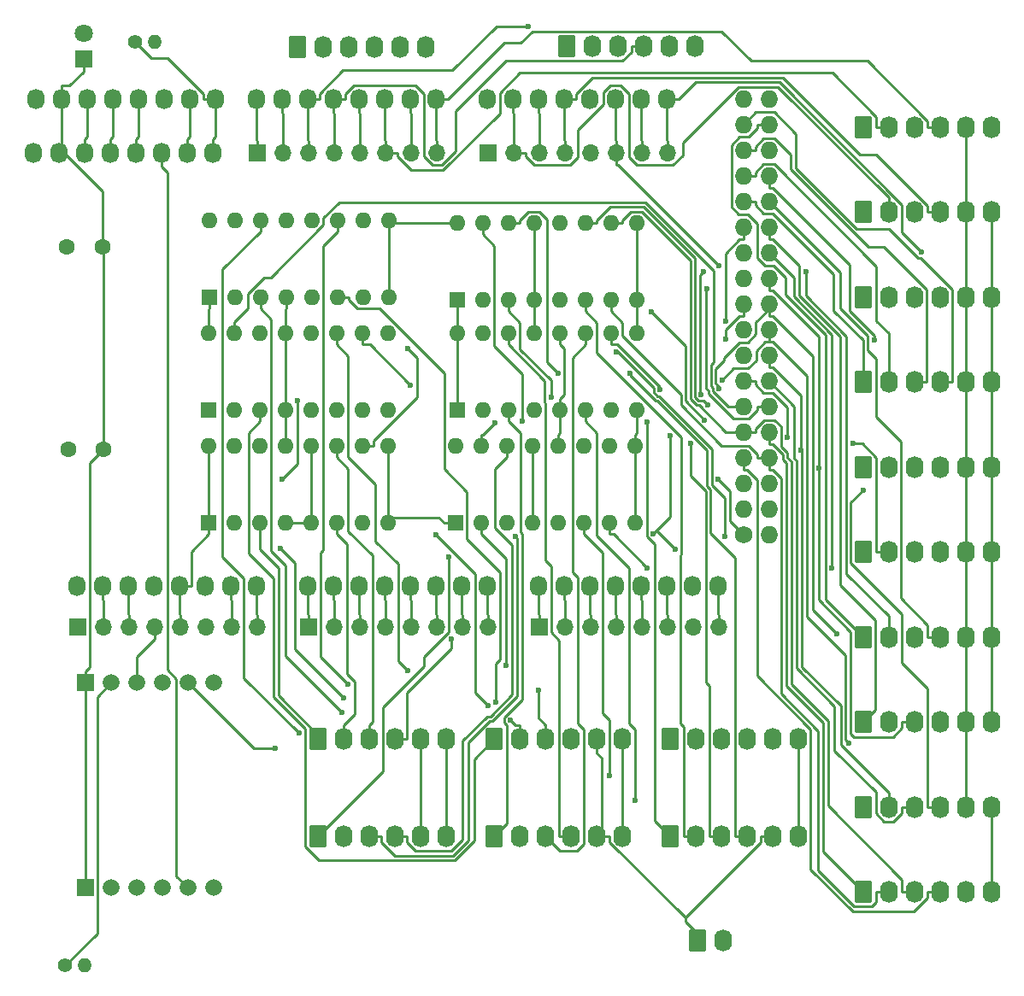
<source format=gbr>
G04 #@! TF.GenerationSoftware,KiCad,Pcbnew,7.0.9*
G04 #@! TF.CreationDate,2024-01-20T11:08:54+10:00*
G04 #@! TF.ProjectId,Front Console 12 Stepper,46726f6e-7420-4436-9f6e-736f6c652031,rev?*
G04 #@! TF.SameCoordinates,Original*
G04 #@! TF.FileFunction,Copper,L2,Bot*
G04 #@! TF.FilePolarity,Positive*
%FSLAX46Y46*%
G04 Gerber Fmt 4.6, Leading zero omitted, Abs format (unit mm)*
G04 Created by KiCad (PCBNEW 7.0.9) date 2024-01-20 11:08:54*
%MOMM*%
%LPD*%
G01*
G04 APERTURE LIST*
G04 Aperture macros list*
%AMRoundRect*
0 Rectangle with rounded corners*
0 $1 Rounding radius*
0 $2 $3 $4 $5 $6 $7 $8 $9 X,Y pos of 4 corners*
0 Add a 4 corners polygon primitive as box body*
4,1,4,$2,$3,$4,$5,$6,$7,$8,$9,$2,$3,0*
0 Add four circle primitives for the rounded corners*
1,1,$1+$1,$2,$3*
1,1,$1+$1,$4,$5*
1,1,$1+$1,$6,$7*
1,1,$1+$1,$8,$9*
0 Add four rect primitives between the rounded corners*
20,1,$1+$1,$2,$3,$4,$5,0*
20,1,$1+$1,$4,$5,$6,$7,0*
20,1,$1+$1,$6,$7,$8,$9,0*
20,1,$1+$1,$8,$9,$2,$3,0*%
G04 Aperture macros list end*
G04 #@! TA.AperFunction,ComponentPad*
%ADD10C,1.727200*%
G04 #@! TD*
G04 #@! TA.AperFunction,ComponentPad*
%ADD11O,1.727200X1.727200*%
G04 #@! TD*
G04 #@! TA.AperFunction,ComponentPad*
%ADD12O,1.727200X2.032000*%
G04 #@! TD*
G04 #@! TA.AperFunction,ComponentPad*
%ADD13R,1.800000X1.800000*%
G04 #@! TD*
G04 #@! TA.AperFunction,ComponentPad*
%ADD14C,1.800000*%
G04 #@! TD*
G04 #@! TA.AperFunction,ComponentPad*
%ADD15RoundRect,0.250000X-0.620000X-0.845000X0.620000X-0.845000X0.620000X0.845000X-0.620000X0.845000X0*%
G04 #@! TD*
G04 #@! TA.AperFunction,ComponentPad*
%ADD16O,1.740000X2.190000*%
G04 #@! TD*
G04 #@! TA.AperFunction,ComponentPad*
%ADD17R,1.700000X1.700000*%
G04 #@! TD*
G04 #@! TA.AperFunction,ComponentPad*
%ADD18O,1.700000X1.700000*%
G04 #@! TD*
G04 #@! TA.AperFunction,ComponentPad*
%ADD19R,1.600000X1.600000*%
G04 #@! TD*
G04 #@! TA.AperFunction,ComponentPad*
%ADD20O,1.600000X1.600000*%
G04 #@! TD*
G04 #@! TA.AperFunction,ComponentPad*
%ADD21C,1.400000*%
G04 #@! TD*
G04 #@! TA.AperFunction,ComponentPad*
%ADD22O,1.400000X1.400000*%
G04 #@! TD*
G04 #@! TA.AperFunction,ComponentPad*
%ADD23C,1.600000*%
G04 #@! TD*
G04 #@! TA.AperFunction,ComponentPad*
%ADD24R,1.665000X1.665000*%
G04 #@! TD*
G04 #@! TA.AperFunction,ComponentPad*
%ADD25C,1.665000*%
G04 #@! TD*
G04 #@! TA.AperFunction,ViaPad*
%ADD26C,0.600000*%
G04 #@! TD*
G04 #@! TA.AperFunction,Conductor*
%ADD27C,0.250000*%
G04 #@! TD*
G04 APERTURE END LIST*
D10*
X197358000Y-114046000D03*
D11*
X199898000Y-114046000D03*
X197358000Y-111506000D03*
X199898000Y-111506000D03*
X197358000Y-108966000D03*
X199898000Y-108966000D03*
X197358000Y-106426000D03*
X199898000Y-106426000D03*
X197358000Y-103886000D03*
X199898000Y-103886000D03*
X197358000Y-101346000D03*
X199898000Y-101346000D03*
X197358000Y-98806000D03*
X199898000Y-98806000D03*
X197358000Y-96266000D03*
X199898000Y-96266000D03*
X197358000Y-93726000D03*
X199898000Y-93726000D03*
X197358000Y-91186000D03*
X199898000Y-91186000D03*
X197358000Y-88646000D03*
X199898000Y-88646000D03*
X197358000Y-86106000D03*
X199898000Y-86106000D03*
X197358000Y-83566000D03*
X199898000Y-83566000D03*
X197358000Y-81026000D03*
X199898000Y-81026000D03*
X197358000Y-78486000D03*
X199898000Y-78486000D03*
X197358000Y-75946000D03*
X199898000Y-75946000D03*
X197358000Y-73406000D03*
X199898000Y-73406000D03*
X197358000Y-70866000D03*
X199898000Y-70866000D03*
D12*
X131318000Y-119126000D03*
X133858000Y-119126000D03*
X136398000Y-119126000D03*
X138938000Y-119126000D03*
X141478000Y-119126000D03*
X144018000Y-119126000D03*
X146558000Y-119126000D03*
X149098000Y-119126000D03*
X177038000Y-119126000D03*
X179578000Y-119126000D03*
X182118000Y-119126000D03*
X184658000Y-119126000D03*
X187198000Y-119126000D03*
X189738000Y-119126000D03*
X192278000Y-119126000D03*
X194818000Y-119126000D03*
X127254000Y-70866000D03*
X129794000Y-70866000D03*
X132334000Y-70866000D03*
X134874000Y-70866000D03*
X137414000Y-70866000D03*
X139954000Y-70866000D03*
X142494000Y-70866000D03*
X145034000Y-70866000D03*
X149098000Y-70866000D03*
X151638000Y-70866000D03*
X154178000Y-70866000D03*
X156718000Y-70866000D03*
X159258000Y-70866000D03*
X161798000Y-70866000D03*
X164338000Y-70866000D03*
X166878000Y-70866000D03*
X171958000Y-70866000D03*
X174498000Y-70866000D03*
X177038000Y-70866000D03*
X179578000Y-70866000D03*
X182118000Y-70866000D03*
X184658000Y-70866000D03*
X187198000Y-70866000D03*
X189738000Y-70866000D03*
D13*
X131978400Y-66903600D03*
D14*
X131978400Y-64363600D03*
D15*
X153162000Y-65684400D03*
D16*
X155702000Y-65684400D03*
X158242000Y-65684400D03*
X160782000Y-65684400D03*
X163322000Y-65684400D03*
X165862000Y-65684400D03*
D17*
X172085000Y-76200000D03*
D18*
X174625000Y-76200000D03*
X177165000Y-76200000D03*
X179705000Y-76200000D03*
X182245000Y-76200000D03*
X184785000Y-76200000D03*
X187325000Y-76200000D03*
X189865000Y-76200000D03*
D15*
X209194400Y-115753900D03*
D16*
X211734400Y-115753900D03*
X214274400Y-115753900D03*
X216814400Y-115753900D03*
X219354400Y-115753900D03*
X221894400Y-115753900D03*
D15*
X209194400Y-98904000D03*
D16*
X211734400Y-98904000D03*
X214274400Y-98904000D03*
X216814400Y-98904000D03*
X219354400Y-98904000D03*
X221894400Y-98904000D03*
D17*
X149225000Y-76200000D03*
D18*
X151765000Y-76200000D03*
X154305000Y-76200000D03*
X156845000Y-76200000D03*
X159385000Y-76200000D03*
X161925000Y-76200000D03*
X164465000Y-76200000D03*
X167005000Y-76200000D03*
D19*
X144373600Y-112877600D03*
D20*
X146913600Y-112877600D03*
X149453600Y-112877600D03*
X151993600Y-112877600D03*
X154533600Y-112877600D03*
X157073600Y-112877600D03*
X159613600Y-112877600D03*
X162153600Y-112877600D03*
X162153600Y-105257600D03*
X159613600Y-105257600D03*
X157073600Y-105257600D03*
X154533600Y-105257600D03*
X151993600Y-105257600D03*
X149453600Y-105257600D03*
X146913600Y-105257600D03*
X144373600Y-105257600D03*
D15*
X172694600Y-143916400D03*
D16*
X175234600Y-143916400D03*
X177774600Y-143916400D03*
X180314600Y-143916400D03*
X182854600Y-143916400D03*
X185394600Y-143916400D03*
D17*
X154305000Y-123190000D03*
D18*
X156845000Y-123190000D03*
X159385000Y-123190000D03*
X161925000Y-123190000D03*
X164465000Y-123190000D03*
X167005000Y-123190000D03*
X169545000Y-123190000D03*
X172085000Y-123190000D03*
D15*
X155244800Y-143916400D03*
D16*
X157784800Y-143916400D03*
X160324800Y-143916400D03*
X162864800Y-143916400D03*
X165404800Y-143916400D03*
X167944800Y-143916400D03*
D15*
X155244800Y-134315200D03*
D16*
X157784800Y-134315200D03*
X160324800Y-134315200D03*
X162864800Y-134315200D03*
X165404800Y-134315200D03*
X167944800Y-134315200D03*
D21*
X137109200Y-65227200D03*
D22*
X139009200Y-65227200D03*
D15*
X179832000Y-65582800D03*
D16*
X182372000Y-65582800D03*
X184912000Y-65582800D03*
X187452000Y-65582800D03*
X189992000Y-65582800D03*
X192532000Y-65582800D03*
D23*
X130454400Y-105613200D03*
X133954400Y-105613200D03*
D19*
X168859200Y-112877600D03*
D20*
X171399200Y-112877600D03*
X173939200Y-112877600D03*
X176479200Y-112877600D03*
X179019200Y-112877600D03*
X181559200Y-112877600D03*
X184099200Y-112877600D03*
X186639200Y-112877600D03*
X186639200Y-105257600D03*
X184099200Y-105257600D03*
X181559200Y-105257600D03*
X179019200Y-105257600D03*
X176479200Y-105257600D03*
X173939200Y-105257600D03*
X171399200Y-105257600D03*
X168859200Y-105257600D03*
D12*
X154178000Y-119126000D03*
X156718000Y-119126000D03*
X159258000Y-119126000D03*
X161798000Y-119126000D03*
X164338000Y-119126000D03*
X166878000Y-119126000D03*
X169418000Y-119126000D03*
X171958000Y-119126000D03*
D21*
X130180000Y-156718000D03*
D22*
X132080000Y-156718000D03*
D15*
X209194400Y-141028700D03*
D16*
X211734400Y-141028700D03*
X214274400Y-141028700D03*
X216814400Y-141028700D03*
X219354400Y-141028700D03*
X221894400Y-141028700D03*
D15*
X209194400Y-90479100D03*
D16*
X211734400Y-90479100D03*
X214274400Y-90479100D03*
X216814400Y-90479100D03*
X219354400Y-90479100D03*
X221894400Y-90479100D03*
D15*
X190093600Y-134315200D03*
D16*
X192633600Y-134315200D03*
X195173600Y-134315200D03*
X197713600Y-134315200D03*
X200253600Y-134315200D03*
X202793600Y-134315200D03*
D15*
X192786000Y-154228800D03*
D16*
X195326000Y-154228800D03*
D19*
X169011600Y-90779600D03*
D20*
X171551600Y-90779600D03*
X174091600Y-90779600D03*
X176631600Y-90779600D03*
X179171600Y-90779600D03*
X181711600Y-90779600D03*
X184251600Y-90779600D03*
X186791600Y-90779600D03*
X186791600Y-83159600D03*
X184251600Y-83159600D03*
X181711600Y-83159600D03*
X179171600Y-83159600D03*
X176631600Y-83159600D03*
X174091600Y-83159600D03*
X171551600Y-83159600D03*
X169011600Y-83159600D03*
D19*
X169011600Y-101701600D03*
D20*
X171551600Y-101701600D03*
X174091600Y-101701600D03*
X176631600Y-101701600D03*
X179171600Y-101701600D03*
X181711600Y-101701600D03*
X184251600Y-101701600D03*
X186791600Y-101701600D03*
X186791600Y-94081600D03*
X184251600Y-94081600D03*
X181711600Y-94081600D03*
X179171600Y-94081600D03*
X176631600Y-94081600D03*
X174091600Y-94081600D03*
X171551600Y-94081600D03*
X169011600Y-94081600D03*
D15*
X209194400Y-82054100D03*
D16*
X211734400Y-82054100D03*
X214274400Y-82054100D03*
X216814400Y-82054100D03*
X219354400Y-82054100D03*
X221894400Y-82054100D03*
D24*
X132181600Y-149047200D03*
D25*
X134721600Y-149047200D03*
X137261600Y-149047200D03*
X139801600Y-149047200D03*
X142341600Y-149047200D03*
X144881600Y-149047200D03*
D24*
X132181600Y-128727200D03*
D25*
X134721600Y-128727200D03*
X137261600Y-128727200D03*
X139801600Y-128727200D03*
X142341600Y-128727200D03*
X144881600Y-128727200D03*
D15*
X209194400Y-124178800D03*
D16*
X211734400Y-124178800D03*
X214274400Y-124178800D03*
X216814400Y-124178800D03*
X219354400Y-124178800D03*
X221894400Y-124178800D03*
D23*
X130352800Y-85496400D03*
X133852800Y-85496400D03*
D12*
X127000000Y-76200000D03*
X129540000Y-76200000D03*
X132080000Y-76200000D03*
X134620000Y-76200000D03*
X137160000Y-76200000D03*
X139700000Y-76200000D03*
X142240000Y-76200000D03*
X144780000Y-76200000D03*
D15*
X190093600Y-143916400D03*
D16*
X192633600Y-143916400D03*
X195173600Y-143916400D03*
X197713600Y-143916400D03*
X200253600Y-143916400D03*
X202793600Y-143916400D03*
D15*
X172694600Y-134315200D03*
D16*
X175234600Y-134315200D03*
X177774600Y-134315200D03*
X180314600Y-134315200D03*
X182854600Y-134315200D03*
X185394600Y-134315200D03*
D17*
X177165000Y-123190000D03*
D18*
X179705000Y-123190000D03*
X182245000Y-123190000D03*
X184785000Y-123190000D03*
X187325000Y-123190000D03*
X189865000Y-123190000D03*
X192405000Y-123190000D03*
X194945000Y-123190000D03*
D15*
X209194400Y-73629200D03*
D16*
X211734400Y-73629200D03*
X214274400Y-73629200D03*
X216814400Y-73629200D03*
X219354400Y-73629200D03*
X221894400Y-73629200D03*
D15*
X209194400Y-132603700D03*
D16*
X211734400Y-132603700D03*
X214274400Y-132603700D03*
X216814400Y-132603700D03*
X219354400Y-132603700D03*
X221894400Y-132603700D03*
D19*
X144424400Y-90525600D03*
D20*
X146964400Y-90525600D03*
X149504400Y-90525600D03*
X152044400Y-90525600D03*
X154584400Y-90525600D03*
X157124400Y-90525600D03*
X159664400Y-90525600D03*
X162204400Y-90525600D03*
X162204400Y-82905600D03*
X159664400Y-82905600D03*
X157124400Y-82905600D03*
X154584400Y-82905600D03*
X152044400Y-82905600D03*
X149504400Y-82905600D03*
X146964400Y-82905600D03*
X144424400Y-82905600D03*
D19*
X144373600Y-101701600D03*
D20*
X146913600Y-101701600D03*
X149453600Y-101701600D03*
X151993600Y-101701600D03*
X154533600Y-101701600D03*
X157073600Y-101701600D03*
X159613600Y-101701600D03*
X162153600Y-101701600D03*
X162153600Y-94081600D03*
X159613600Y-94081600D03*
X157073600Y-94081600D03*
X154533600Y-94081600D03*
X151993600Y-94081600D03*
X149453600Y-94081600D03*
X146913600Y-94081600D03*
X144373600Y-94081600D03*
D15*
X209194400Y-149453600D03*
D16*
X211734400Y-149453600D03*
X214274400Y-149453600D03*
X216814400Y-149453600D03*
X219354400Y-149453600D03*
X221894400Y-149453600D03*
D17*
X131445000Y-123190000D03*
D18*
X133985000Y-123190000D03*
X136525000Y-123190000D03*
X139065000Y-123190000D03*
X141605000Y-123190000D03*
X144145000Y-123190000D03*
X146685000Y-123190000D03*
X149225000Y-123190000D03*
D15*
X209194400Y-107328900D03*
D16*
X211734400Y-107328900D03*
X214274400Y-107328900D03*
X216814400Y-107328900D03*
X219354400Y-107328900D03*
X221894400Y-107328900D03*
D26*
X194863100Y-108586800D03*
X176032800Y-63676200D03*
X214948400Y-85989200D03*
X194900500Y-87376000D03*
X150998300Y-135237600D03*
X195226500Y-98711500D03*
X207826100Y-134737100D03*
X203033700Y-105678900D03*
X189077000Y-99693200D03*
X193736300Y-89625500D03*
X209197100Y-109610500D03*
X173842400Y-126994000D03*
X206101600Y-117317800D03*
X187817900Y-117317800D03*
X204833900Y-107467000D03*
X206592700Y-123909500D03*
X172719900Y-102971600D03*
X194942200Y-99534500D03*
X203518900Y-87998700D03*
X210292300Y-94744300D03*
X201719100Y-104369800D03*
X164395100Y-99231700D03*
X208223400Y-105007100D03*
X184735000Y-95941100D03*
X195556600Y-114200800D03*
X195617700Y-94641300D03*
X164115300Y-95580500D03*
X188397800Y-113973100D03*
X193170500Y-100143500D03*
X190598700Y-115508500D03*
X193409000Y-87979600D03*
X190128700Y-104212300D03*
X153175600Y-100718500D03*
X195574700Y-92880800D03*
X151652500Y-108556500D03*
X188234000Y-91923500D03*
X193525200Y-102666100D03*
X175464000Y-102827000D03*
X168180500Y-116240300D03*
X184124500Y-137937700D03*
X174794900Y-114256000D03*
X157589600Y-131649900D03*
X172859300Y-130628200D03*
X158207900Y-128844700D03*
X153326000Y-133726700D03*
X186593800Y-140396000D03*
X187772500Y-102847200D03*
X178292500Y-100437900D03*
X192089300Y-104976800D03*
X193808800Y-101176200D03*
X186119600Y-98049600D03*
X178965600Y-98049600D03*
X172055100Y-130993800D03*
X166904300Y-114065000D03*
X174298200Y-132421300D03*
X177028400Y-129425500D03*
X164100700Y-127510500D03*
X157776700Y-130216700D03*
X151462900Y-115375300D03*
X168450500Y-124392100D03*
D27*
X132181600Y-127569400D02*
X132620300Y-127130700D01*
X151993600Y-91701700D02*
X151993600Y-94081600D01*
X196007000Y-112695000D02*
X197358000Y-114046000D01*
X146558000Y-119126000D02*
X146558000Y-120467300D01*
X132181600Y-149047200D02*
X132181600Y-128727200D01*
X179590900Y-100157000D02*
X179590900Y-95626200D01*
X151993600Y-101701600D02*
X151993600Y-105257600D01*
X179590900Y-95626200D02*
X179171600Y-95206900D01*
X133954400Y-85598000D02*
X133852800Y-85496400D01*
X176479200Y-105257600D02*
X176479200Y-112877600D01*
X131978400Y-68128900D02*
X130582600Y-69524700D01*
X179171600Y-103979900D02*
X179171600Y-101701600D01*
X132620300Y-106947300D02*
X133954400Y-105613200D01*
X176631600Y-83159600D02*
X176631600Y-90779600D01*
X154533600Y-112877600D02*
X153118900Y-112877600D01*
X152044400Y-90525600D02*
X152044400Y-91650900D01*
X196007000Y-109730700D02*
X196007000Y-112695000D01*
X179171600Y-94081600D02*
X179171600Y-95206900D01*
X133852800Y-80000400D02*
X130052400Y-76200000D01*
X146558000Y-120467300D02*
X146685000Y-120594300D01*
X129540000Y-76200000D02*
X130052400Y-76200000D01*
X146685000Y-120594300D02*
X146685000Y-123190000D01*
X132620300Y-127130700D02*
X132620300Y-106947300D01*
X129794000Y-70866000D02*
X129794000Y-69524700D01*
X194863100Y-108586800D02*
X196007000Y-109730700D01*
X179019200Y-104132300D02*
X179171600Y-103979900D01*
X179171600Y-100576300D02*
X179590900Y-100157000D01*
X176631600Y-90779600D02*
X176631600Y-94081600D01*
X131978400Y-66903600D02*
X131978400Y-68128900D01*
X179171600Y-101701600D02*
X179171600Y-100576300D01*
X132181600Y-128727200D02*
X132181600Y-127569400D01*
X154533600Y-105257600D02*
X154533600Y-112877600D01*
X151993600Y-112877600D02*
X153118900Y-112877600D01*
X179019200Y-105257600D02*
X179019200Y-104132300D01*
X130052400Y-76200000D02*
X129794000Y-75941600D01*
X129794000Y-75941600D02*
X129794000Y-70866000D01*
X151993600Y-94081600D02*
X151993600Y-101701600D01*
X133954400Y-105613200D02*
X133954400Y-85598000D01*
X152044400Y-91650900D02*
X151993600Y-91701700D01*
X130582600Y-69524700D02*
X129794000Y-69524700D01*
X133852800Y-85496400D02*
X133852800Y-80000400D01*
X167171200Y-112314900D02*
X167733900Y-112877600D01*
X141605000Y-123190000D02*
X141605000Y-122014700D01*
X186791600Y-90779600D02*
X186791600Y-92956300D01*
X186791600Y-94081600D02*
X186791600Y-92956300D01*
X144373600Y-105257600D02*
X144373600Y-112877600D01*
X141478000Y-119126000D02*
X142666900Y-119126000D01*
X162204400Y-83159600D02*
X167886300Y-83159600D01*
X144424400Y-90525600D02*
X144424400Y-91650900D01*
X168859200Y-112877600D02*
X167733900Y-112877600D01*
X142666900Y-115709600D02*
X144373600Y-114002900D01*
X169011600Y-94081600D02*
X169011600Y-100576300D01*
X162153600Y-106382900D02*
X162153600Y-111752300D01*
X169011600Y-90779600D02*
X169011600Y-94081600D01*
X186639200Y-104132300D02*
X186791600Y-103979900D01*
X162153600Y-112314900D02*
X162153600Y-111752300D01*
X169011600Y-101701600D02*
X169011600Y-100576300D01*
X186639200Y-112877600D02*
X186639200Y-105257600D01*
X142666900Y-119126000D02*
X142666900Y-115709600D01*
X186791600Y-83159600D02*
X186791600Y-90779600D01*
X162153600Y-112877600D02*
X162153600Y-112314900D01*
X186791600Y-103979900D02*
X186791600Y-101701600D01*
X186639200Y-105257600D02*
X186639200Y-104132300D01*
X169011600Y-83159600D02*
X167886300Y-83159600D01*
X144424400Y-91650900D02*
X144373600Y-91701700D01*
X162153600Y-105257600D02*
X162153600Y-106382900D01*
X162153600Y-112314900D02*
X167171200Y-112314900D01*
X162204400Y-90525600D02*
X162204400Y-83159600D01*
X141605000Y-122014700D02*
X141478000Y-121887700D01*
X144373600Y-112877600D02*
X144373600Y-114002900D01*
X141478000Y-121887700D02*
X141478000Y-119126000D01*
X144373600Y-91701700D02*
X144373600Y-94081600D01*
X162204400Y-83159600D02*
X162204400Y-82905600D01*
X164338000Y-70866000D02*
X164338000Y-72207300D01*
X164338000Y-72207300D02*
X164465000Y-72334300D01*
X164465000Y-72334300D02*
X164465000Y-76200000D01*
X177038000Y-72207300D02*
X177165000Y-72334300D01*
X177038000Y-70866000D02*
X177038000Y-72207300D01*
X177165000Y-72334300D02*
X177165000Y-76200000D01*
X149225000Y-76200000D02*
X149225000Y-75024700D01*
X149098000Y-74897700D02*
X149098000Y-70866000D01*
X149225000Y-75024700D02*
X149098000Y-74897700D01*
X133858000Y-119126000D02*
X133858000Y-120467300D01*
X133985000Y-123190000D02*
X133985000Y-120594300D01*
X133985000Y-120594300D02*
X133858000Y-120467300D01*
X136525000Y-123190000D02*
X136525000Y-122014700D01*
X136398000Y-121887700D02*
X136398000Y-119126000D01*
X136525000Y-122014700D02*
X136398000Y-121887700D01*
X137261600Y-126168700D02*
X139065000Y-124365300D01*
X134721600Y-128727200D02*
X133339500Y-130109300D01*
X139065000Y-123190000D02*
X139065000Y-124365300D01*
X133339500Y-130109300D02*
X133339500Y-153558500D01*
X133339500Y-153558500D02*
X130180000Y-156718000D01*
X137261600Y-128727200D02*
X137261600Y-126168700D01*
X137160000Y-74858700D02*
X137414000Y-74604700D01*
X137160000Y-76200000D02*
X137160000Y-74858700D01*
X137414000Y-74604700D02*
X137414000Y-70866000D01*
X134620000Y-76200000D02*
X134620000Y-74858700D01*
X134620000Y-74858700D02*
X134874000Y-74604700D01*
X134874000Y-74604700D02*
X134874000Y-70866000D01*
X132080000Y-74858700D02*
X132334000Y-74604700D01*
X132080000Y-76200000D02*
X132080000Y-74858700D01*
X132334000Y-74604700D02*
X132334000Y-70866000D01*
X159385000Y-72334300D02*
X159385000Y-76200000D01*
X159258000Y-70866000D02*
X159258000Y-72207300D01*
X159258000Y-72207300D02*
X159385000Y-72334300D01*
X156718000Y-70866000D02*
X156718000Y-72207300D01*
X156718000Y-70866000D02*
X157906900Y-70866000D01*
X187452000Y-65582800D02*
X186256700Y-65582800D01*
X165689000Y-70346700D02*
X164854200Y-69511900D01*
X168823100Y-76066400D02*
X167474900Y-77414600D01*
X186256700Y-66180500D02*
X185366400Y-67070800D01*
X173849400Y-67070800D02*
X168823100Y-72097100D01*
X157906900Y-70345900D02*
X157906900Y-70866000D01*
X165689000Y-76550600D02*
X165689000Y-70346700D01*
X168823100Y-72097100D02*
X168823100Y-76066400D01*
X156845000Y-72334300D02*
X156718000Y-72207300D01*
X186256700Y-65582800D02*
X186256700Y-66180500D01*
X164854200Y-69511900D02*
X158740900Y-69511900D01*
X158740900Y-69511900D02*
X157906900Y-70345900D01*
X185366400Y-67070800D02*
X173849400Y-67070800D01*
X166553000Y-77414600D02*
X165689000Y-76550600D01*
X167474900Y-77414600D02*
X166553000Y-77414600D01*
X156845000Y-76200000D02*
X156845000Y-72334300D01*
X154305000Y-75024700D02*
X154178000Y-74897700D01*
X172890300Y-63676200D02*
X176032800Y-63676200D01*
X154178000Y-70866000D02*
X155366900Y-70866000D01*
X155366900Y-70866000D02*
X155366900Y-70345900D01*
X168535900Y-68030600D02*
X172890300Y-63676200D01*
X155366900Y-70345900D02*
X157682200Y-68030600D01*
X154178000Y-74897700D02*
X154178000Y-70866000D01*
X157682200Y-68030600D02*
X168535900Y-68030600D01*
X154305000Y-76200000D02*
X154305000Y-75024700D01*
X151765000Y-76200000D02*
X151765000Y-72334300D01*
X151638000Y-70866000D02*
X151638000Y-72207300D01*
X151765000Y-72334300D02*
X151638000Y-72207300D01*
X154305000Y-123190000D02*
X154305000Y-122014700D01*
X154178000Y-121887700D02*
X154178000Y-119126000D01*
X154305000Y-122014700D02*
X154178000Y-121887700D01*
X176463200Y-64138700D02*
X175300200Y-65301700D01*
X167005000Y-75024700D02*
X166878000Y-74897700D01*
X166878000Y-70866000D02*
X168066900Y-70866000D01*
X215619100Y-73629200D02*
X215619100Y-73031600D01*
X216814400Y-73629200D02*
X215619100Y-73629200D01*
X167005000Y-76200000D02*
X167005000Y-75024700D01*
X195184200Y-64138700D02*
X176463200Y-64138700D01*
X173631200Y-65301700D02*
X168066900Y-70866000D01*
X166878000Y-74897700D02*
X166878000Y-70866000D01*
X198116100Y-67070600D02*
X195184200Y-64138700D01*
X209658100Y-67070600D02*
X198116100Y-67070600D01*
X175300200Y-65301700D02*
X173631200Y-65301700D01*
X215619100Y-73031600D02*
X209658100Y-67070600D01*
X206166600Y-68285500D02*
X210539100Y-72658000D01*
X161798000Y-74897700D02*
X161798000Y-70866000D01*
X210539100Y-72658000D02*
X210539100Y-73629200D01*
X164451400Y-77918400D02*
X167608000Y-77918400D01*
X211734400Y-73629200D02*
X210539100Y-73629200D01*
X167608000Y-77918400D02*
X173228000Y-72298400D01*
X163100300Y-76567300D02*
X164451400Y-77918400D01*
X161925000Y-75024700D02*
X161798000Y-74897700D01*
X173228000Y-72298400D02*
X173228000Y-70291600D01*
X161925000Y-76200000D02*
X163100300Y-76200000D01*
X175234100Y-68285500D02*
X206166600Y-68285500D01*
X161925000Y-76200000D02*
X161925000Y-75024700D01*
X163100300Y-76200000D02*
X163100300Y-76567300D01*
X173228000Y-70291600D02*
X175234100Y-68285500D01*
X210525400Y-76362800D02*
X215619100Y-81456500D01*
X208856900Y-76362800D02*
X210525400Y-76362800D01*
X182371600Y-68741200D02*
X201235300Y-68741200D01*
X179578000Y-70866000D02*
X180766900Y-70866000D01*
X179705000Y-75024700D02*
X179578000Y-74897700D01*
X201235300Y-68741200D02*
X208856900Y-76362800D01*
X215619100Y-81456500D02*
X215619100Y-82054100D01*
X180766900Y-70866000D02*
X180766900Y-70345900D01*
X179578000Y-74897700D02*
X179578000Y-70866000D01*
X216814400Y-82054100D02*
X215619100Y-82054100D01*
X179705000Y-76200000D02*
X179705000Y-75024700D01*
X180766900Y-70345900D02*
X182371600Y-68741200D01*
X196857500Y-69677000D02*
X200777600Y-69677000D01*
X175800300Y-76200000D02*
X175800300Y-76567400D01*
X175800300Y-76567400D02*
X176608200Y-77375300D01*
X174498000Y-70866000D02*
X174498000Y-72207300D01*
X184171700Y-69518200D02*
X185151400Y-69518200D01*
X180975000Y-73889400D02*
X183469000Y-71395400D01*
X174625000Y-76200000D02*
X175800300Y-76200000D01*
X186776200Y-77375400D02*
X190379000Y-77375400D01*
X200777600Y-69677000D02*
X211734400Y-80633800D01*
X174625000Y-72334300D02*
X174498000Y-72207300D01*
X183469000Y-70220900D02*
X184171700Y-69518200D01*
X174625000Y-76200000D02*
X174625000Y-72334300D01*
X176608200Y-77375300D02*
X180210700Y-77375300D01*
X191327700Y-75206800D02*
X196857500Y-69677000D01*
X186009000Y-76608200D02*
X186776200Y-77375400D01*
X180210700Y-77375300D02*
X180975000Y-76611000D01*
X186009000Y-70375800D02*
X186009000Y-76608200D01*
X190379000Y-77375400D02*
X191327700Y-76426700D01*
X211734400Y-82054100D02*
X211734400Y-80633800D01*
X191327700Y-76426700D02*
X191327700Y-75206800D01*
X185151400Y-69518200D02*
X186009000Y-70375800D01*
X180975000Y-76611000D02*
X180975000Y-73889400D01*
X183469000Y-71395400D02*
X183469000Y-70220900D01*
X213079000Y-84119800D02*
X214948400Y-85989200D01*
X213079000Y-81332800D02*
X213079000Y-84119800D01*
X190926900Y-70866000D02*
X192601400Y-69191500D01*
X200937700Y-69191500D02*
X213079000Y-81332800D01*
X189865000Y-76200000D02*
X189865000Y-75024700D01*
X189738000Y-74897700D02*
X189738000Y-70866000D01*
X189865000Y-75024700D02*
X189738000Y-74897700D01*
X189738000Y-70866000D02*
X190926900Y-70866000D01*
X192601400Y-69191500D02*
X200937700Y-69191500D01*
X187325000Y-75024700D02*
X187198000Y-74897700D01*
X187325000Y-76200000D02*
X187325000Y-75024700D01*
X187198000Y-74897700D02*
X187198000Y-70866000D01*
X184785000Y-76200000D02*
X184785000Y-77375300D01*
X184785000Y-75024700D02*
X184658000Y-74897700D01*
X184658000Y-74897700D02*
X184658000Y-70866000D01*
X184899800Y-77375300D02*
X194900500Y-87376000D01*
X184785000Y-75612300D02*
X184785000Y-75024700D01*
X184785000Y-77375300D02*
X184899800Y-77375300D01*
X184785000Y-75612300D02*
X184785000Y-76200000D01*
X148852000Y-135237600D02*
X150998300Y-135237600D01*
X142341600Y-128727200D02*
X148852000Y-135237600D01*
X156845000Y-120594300D02*
X156718000Y-120467300D01*
X156718000Y-119126000D02*
X156718000Y-120467300D01*
X156845000Y-123190000D02*
X156845000Y-120594300D01*
X159258000Y-121887700D02*
X159258000Y-119126000D01*
X159385000Y-122014700D02*
X159258000Y-121887700D01*
X159385000Y-123190000D02*
X159385000Y-122014700D01*
X161925000Y-120594300D02*
X161798000Y-120467300D01*
X161925000Y-123190000D02*
X161925000Y-120594300D01*
X161798000Y-119126000D02*
X161798000Y-120467300D01*
X183289500Y-143916400D02*
X183289500Y-136170400D01*
X183289500Y-143916400D02*
X184049900Y-143916400D01*
X183289500Y-136170400D02*
X182854600Y-135735500D01*
X191584100Y-152021900D02*
X184049900Y-144487800D01*
X182854600Y-134315200D02*
X182854600Y-135735500D01*
X199058300Y-144547700D02*
X191584100Y-152021900D01*
X191584000Y-152022000D02*
X191584000Y-152364800D01*
X219354400Y-73629200D02*
X219354400Y-82054100D01*
X219354400Y-82054100D02*
X219354400Y-90479100D01*
X182854600Y-143916400D02*
X183289500Y-143916400D01*
X165404800Y-143916400D02*
X165404800Y-134315200D01*
X199058300Y-143916400D02*
X199058300Y-144547700D01*
X192786000Y-153566800D02*
X192786000Y-154228800D01*
X219354400Y-98904000D02*
X219354400Y-107328900D01*
X219354400Y-132603700D02*
X219354400Y-124178800D01*
X219354400Y-107328900D02*
X219354400Y-115753900D01*
X219354400Y-90479100D02*
X219354400Y-98904000D01*
X200253600Y-143916400D02*
X199058300Y-143916400D01*
X219354400Y-141028700D02*
X219354400Y-132603700D01*
X191584000Y-152364800D02*
X192786000Y-153566800D01*
X191584100Y-152021900D02*
X191584000Y-152022000D01*
X219354400Y-124178800D02*
X219354400Y-115753900D01*
X184049900Y-144487800D02*
X184049900Y-143916400D01*
X167944800Y-143916400D02*
X167944800Y-134315200D01*
X221894400Y-124178800D02*
X221894400Y-132603700D01*
X221894400Y-107328900D02*
X221894400Y-115753900D01*
X221894400Y-90479100D02*
X221894400Y-98904000D01*
X202793600Y-134315200D02*
X202793600Y-143916400D01*
X185394600Y-135735500D02*
X185394600Y-142496100D01*
X221894400Y-98904000D02*
X221894400Y-107328900D01*
X221894400Y-124178800D02*
X221894400Y-115753900D01*
X221894400Y-82054100D02*
X221894400Y-90479100D01*
X185394600Y-134315200D02*
X185394600Y-135735500D01*
X185394600Y-143916400D02*
X185394600Y-142496100D01*
X221894400Y-149453600D02*
X221894400Y-141028700D01*
X198546900Y-81397600D02*
X198546900Y-81026000D01*
X197358000Y-81026000D02*
X198546900Y-81026000D01*
X209194400Y-98904000D02*
X209194400Y-94746100D01*
X200246500Y-82214900D02*
X199364200Y-82214900D01*
X209194400Y-94746100D02*
X206288000Y-91839700D01*
X206288000Y-91839700D02*
X206288000Y-88256400D01*
X199364200Y-82214900D02*
X198546900Y-81397600D01*
X206288000Y-88256400D02*
X200246500Y-82214900D01*
X198546900Y-78114400D02*
X198546900Y-78486000D01*
X211734400Y-94097400D02*
X210522600Y-92885600D01*
X199364200Y-77297100D02*
X198546900Y-78114400D01*
X211734400Y-98904000D02*
X211734400Y-94097400D01*
X200390600Y-77297100D02*
X199364200Y-77297100D01*
X197358000Y-78486000D02*
X198546900Y-78486000D01*
X210522600Y-92885600D02*
X210522600Y-87429100D01*
X210522600Y-87429100D02*
X200390600Y-77297100D01*
X142240000Y-74858700D02*
X142494000Y-74604700D01*
X142494000Y-74604700D02*
X142494000Y-70866000D01*
X142240000Y-76200000D02*
X142240000Y-74858700D01*
X144780000Y-74858700D02*
X145034000Y-74604700D01*
X143845100Y-70866000D02*
X143845100Y-70345900D01*
X140328400Y-66829200D02*
X138711200Y-66829200D01*
X145034000Y-70866000D02*
X143845100Y-70866000D01*
X145034000Y-74604700D02*
X145034000Y-70866000D01*
X138711200Y-66829200D02*
X137109200Y-65227200D01*
X144780000Y-76200000D02*
X144780000Y-74858700D01*
X143845100Y-70345900D02*
X140328400Y-66829200D01*
X164465000Y-123190000D02*
X164465000Y-120594300D01*
X164338000Y-119126000D02*
X164338000Y-120467300D01*
X164465000Y-120594300D02*
X164338000Y-120467300D01*
X167005000Y-123190000D02*
X167005000Y-122014700D01*
X166878000Y-121887700D02*
X166878000Y-119126000D01*
X167005000Y-122014700D02*
X166878000Y-121887700D01*
X139700000Y-76200000D02*
X139700000Y-77541300D01*
X142341600Y-149047200D02*
X141183700Y-147889300D01*
X140282300Y-127422000D02*
X140282300Y-78123600D01*
X141183700Y-128323400D02*
X140282300Y-127422000D01*
X141183700Y-147889300D02*
X141183700Y-128323400D01*
X140282300Y-78123600D02*
X139700000Y-77541300D01*
X169545000Y-123190000D02*
X169545000Y-122014700D01*
X169418000Y-121887700D02*
X169418000Y-119126000D01*
X169545000Y-122014700D02*
X169418000Y-121887700D01*
X172085000Y-122014700D02*
X171958000Y-121887700D01*
X172085000Y-123190000D02*
X172085000Y-122014700D01*
X171958000Y-121887700D02*
X171958000Y-119126000D01*
X177165000Y-123190000D02*
X177165000Y-122014700D01*
X177038000Y-121887700D02*
X177038000Y-119126000D01*
X177165000Y-122014700D02*
X177038000Y-121887700D01*
X179705000Y-120594300D02*
X179578000Y-120467300D01*
X179705000Y-123190000D02*
X179705000Y-120594300D01*
X179578000Y-119126000D02*
X179578000Y-120467300D01*
X182118000Y-121887700D02*
X182118000Y-119126000D01*
X182245000Y-122014700D02*
X182118000Y-121887700D01*
X182245000Y-123190000D02*
X182245000Y-122014700D01*
X184785000Y-123190000D02*
X184785000Y-122014700D01*
X184658000Y-121887700D02*
X184658000Y-119126000D01*
X184785000Y-122014700D02*
X184658000Y-121887700D01*
X187198000Y-119126000D02*
X187198000Y-120467300D01*
X187325000Y-120594300D02*
X187198000Y-120467300D01*
X187325000Y-123190000D02*
X187325000Y-120594300D01*
X189865000Y-122014700D02*
X189738000Y-121887700D01*
X189865000Y-123190000D02*
X189865000Y-122014700D01*
X189738000Y-121887700D02*
X189738000Y-119126000D01*
X197358000Y-75946000D02*
X198546900Y-75946000D01*
X215469700Y-98904000D02*
X215469700Y-89714200D01*
X202014700Y-77794700D02*
X202014700Y-76352900D01*
X211271700Y-85516200D02*
X209736200Y-85516200D01*
X199364200Y-74757100D02*
X198546900Y-75574400D01*
X214274400Y-98904000D02*
X215469700Y-98904000D01*
X198546900Y-75574400D02*
X198546900Y-75946000D01*
X202014700Y-76352900D02*
X200418900Y-74757100D01*
X215469700Y-89714200D02*
X211271700Y-85516200D01*
X200418900Y-74757100D02*
X199364200Y-74757100D01*
X209736200Y-85516200D02*
X202014700Y-77794700D01*
X200390000Y-72167400D02*
X198596600Y-72167400D01*
X202546100Y-74323500D02*
X200390000Y-72167400D01*
X198596600Y-72167400D02*
X197358000Y-73406000D01*
X208565200Y-83708300D02*
X202546100Y-77689200D01*
X216814400Y-98904000D02*
X218009700Y-98904000D01*
X202546100Y-77689200D02*
X202546100Y-74323500D01*
X218009700Y-89726400D02*
X214897800Y-86614500D01*
X218009700Y-98904000D02*
X218009700Y-89726400D01*
X214897800Y-86614500D02*
X214689400Y-86614500D01*
X211783200Y-83708300D02*
X208565200Y-83708300D01*
X214689400Y-86614500D02*
X211783200Y-83708300D01*
X199535200Y-94915000D02*
X198628000Y-95822200D01*
X199898000Y-94915000D02*
X199535200Y-94915000D01*
X203659000Y-98294000D02*
X203659000Y-122169900D01*
X199898000Y-94915000D02*
X200280000Y-94915000D01*
X196400500Y-97537500D02*
X195226500Y-98711500D01*
X200280000Y-94915000D02*
X203659000Y-98294000D01*
X199898000Y-94914900D02*
X199898000Y-94915000D01*
X203659000Y-122169900D02*
X207493100Y-126004000D01*
X198628000Y-95822200D02*
X198628000Y-96740600D01*
X198628000Y-96740600D02*
X197831100Y-97537500D01*
X197831100Y-97537500D02*
X196400500Y-97537500D01*
X199898000Y-93726000D02*
X199898000Y-94914900D01*
X207493100Y-126004000D02*
X207493100Y-134404100D01*
X207493100Y-134404100D02*
X207826100Y-134737100D01*
X203144200Y-127167700D02*
X203144200Y-105789400D01*
X200269500Y-97454900D02*
X203033700Y-100219100D01*
X206999100Y-134873100D02*
X206999100Y-131022600D01*
X206999100Y-131022600D02*
X203144200Y-127167700D01*
X203144200Y-105789400D02*
X203033700Y-105678900D01*
X211734400Y-139608400D02*
X206999100Y-134873100D01*
X203033700Y-100219100D02*
X203033700Y-105678900D01*
X199898000Y-96266000D02*
X199898000Y-97454900D01*
X211734400Y-141028700D02*
X211734400Y-139608400D01*
X199898000Y-97454900D02*
X200269500Y-97454900D01*
X184251600Y-94081600D02*
X184251600Y-95206900D01*
X206389500Y-135458500D02*
X210464900Y-139533900D01*
X184841900Y-95144500D02*
X189077000Y-99379600D01*
X189077000Y-99379600D02*
X189077000Y-99693200D01*
X210464900Y-141675200D02*
X211256800Y-142467100D01*
X184251600Y-95206900D02*
X184553900Y-95206900D01*
X184583900Y-95181100D02*
X184620500Y-95144500D01*
X202598800Y-127259300D02*
X206389500Y-131050000D01*
X199898000Y-98806000D02*
X202408300Y-101316300D01*
X184553900Y-95206900D02*
X184579700Y-95181100D01*
X202408300Y-101316300D02*
X202408300Y-106482300D01*
X202408300Y-106482300D02*
X202598800Y-106672800D01*
X214274400Y-141028700D02*
X213079100Y-141028700D01*
X211256800Y-142467100D02*
X212238300Y-142467100D01*
X206389500Y-131050000D02*
X206389500Y-135458500D01*
X212238300Y-142467100D02*
X213079100Y-141626300D01*
X210464900Y-139533900D02*
X210464900Y-141675200D01*
X213079100Y-141626300D02*
X213079100Y-141028700D01*
X184579700Y-95181100D02*
X184583900Y-95181100D01*
X202598800Y-106672800D02*
X202598800Y-127259300D01*
X184620500Y-95144500D02*
X184841900Y-95144500D01*
X193736300Y-89625500D02*
X193678900Y-89682900D01*
X197875200Y-102551400D02*
X198709100Y-101717500D01*
X215619100Y-129251200D02*
X213079000Y-126711100D01*
X213079000Y-126711100D02*
X213079000Y-121918500D01*
X193866600Y-99719700D02*
X193866600Y-100044500D01*
X193678900Y-99532000D02*
X193866600Y-99719700D01*
X199898000Y-101346000D02*
X198709100Y-101346000D01*
X215619100Y-141028700D02*
X215619100Y-129251200D01*
X207998000Y-110809600D02*
X209197100Y-109610500D01*
X196373500Y-102551400D02*
X197875200Y-102551400D01*
X213079000Y-121918500D02*
X207998000Y-116837500D01*
X198709100Y-101717500D02*
X198709100Y-101346000D01*
X193678900Y-89682900D02*
X193678900Y-99532000D01*
X207998000Y-116837500D02*
X207998000Y-110809600D01*
X193866600Y-100044500D02*
X196373500Y-102551400D01*
X216814400Y-141028700D02*
X215619100Y-141028700D01*
X209194400Y-132603700D02*
X210390900Y-131407200D01*
X210390900Y-122484100D02*
X206922400Y-119015600D01*
X210390900Y-131407200D02*
X210390900Y-122484100D01*
X202893600Y-87379000D02*
X200269500Y-84754900D01*
X173842400Y-116446100D02*
X173842400Y-126994000D01*
X206922400Y-119015600D02*
X206922400Y-94384900D01*
X202893600Y-90356100D02*
X202893600Y-87379000D01*
X206922400Y-94384900D02*
X202893600Y-90356100D01*
X200269500Y-84754900D02*
X199898000Y-84754900D01*
X171399200Y-114002900D02*
X173842400Y-116446100D01*
X199898000Y-83566000D02*
X199898000Y-84754900D01*
X171399200Y-112877600D02*
X171399200Y-114002900D01*
X202355400Y-90455100D02*
X206101600Y-94201300D01*
X199898000Y-86106000D02*
X202355400Y-88563400D01*
X184503000Y-114002900D02*
X184099200Y-114002900D01*
X202355400Y-88563400D02*
X202355400Y-90455100D01*
X184099200Y-112877600D02*
X184099200Y-114002900D01*
X206101600Y-94201300D02*
X206101600Y-117317800D01*
X187817900Y-117317800D02*
X184503000Y-114002900D01*
X214274400Y-132603700D02*
X213079100Y-132603700D01*
X213079100Y-132603700D02*
X213079100Y-133201300D01*
X207998000Y-133758100D02*
X207998000Y-123682300D01*
X207998000Y-123682300D02*
X204833900Y-120518200D01*
X204833900Y-94440400D02*
X200228400Y-89834900D01*
X204833900Y-107467000D02*
X204833900Y-94440400D01*
X204833900Y-120518200D02*
X204833900Y-107467000D01*
X199898000Y-88646000D02*
X199898000Y-89834900D01*
X200228400Y-89834900D02*
X199898000Y-89834900D01*
X212199200Y-134081200D02*
X208321100Y-134081200D01*
X213079100Y-133201300D02*
X212199200Y-134081200D01*
X208321100Y-134081200D02*
X207998000Y-133758100D01*
X200269500Y-92374900D02*
X204208400Y-96313800D01*
X171399200Y-105257600D02*
X171399200Y-104132300D01*
X204208400Y-96313800D02*
X204208400Y-121525200D01*
X171399200Y-104132300D02*
X171559200Y-104132300D01*
X194942200Y-99361800D02*
X194942200Y-99534500D01*
X194579500Y-98999100D02*
X194942200Y-99361800D01*
X199898000Y-91657300D02*
X198599700Y-92955600D01*
X204208400Y-121525200D02*
X206592700Y-123909500D01*
X195423100Y-96503800D02*
X195423100Y-96776600D01*
X198599700Y-94173300D02*
X197777000Y-94996000D01*
X199898000Y-92374900D02*
X200269500Y-92374900D01*
X199898000Y-91780400D02*
X199898000Y-91657300D01*
X199898000Y-91186000D02*
X199898000Y-91657300D01*
X171559200Y-104132300D02*
X172719900Y-102971600D01*
X199898000Y-91780400D02*
X199898000Y-92374900D01*
X198599700Y-92955600D02*
X198599700Y-94173300D01*
X194579500Y-97620200D02*
X194579500Y-98999100D01*
X196930900Y-94996000D02*
X195423100Y-96503800D01*
X195423100Y-96776600D02*
X194579500Y-97620200D01*
X197777000Y-94996000D02*
X196930900Y-94996000D01*
X198709000Y-83206000D02*
X197831700Y-82328700D01*
X199898000Y-73406000D02*
X198709100Y-73406000D01*
X205476300Y-120460700D02*
X205476300Y-94212900D01*
X196163300Y-81580000D02*
X196163300Y-75399900D01*
X197891800Y-74594900D02*
X198709100Y-73777600D01*
X198709100Y-73777600D02*
X198709100Y-73406000D01*
X201498500Y-90235100D02*
X201498500Y-88558300D01*
X198709000Y-86620300D02*
X198709000Y-83206000D01*
X196968300Y-74594900D02*
X197891800Y-74594900D01*
X199464700Y-87376000D02*
X198709000Y-86620300D01*
X201498500Y-88558300D02*
X200316200Y-87376000D01*
X197831700Y-82328700D02*
X196912000Y-82328700D01*
X205476300Y-94212900D02*
X201498500Y-90235100D01*
X209194400Y-124178800D02*
X205476300Y-120460700D01*
X200316200Y-87376000D02*
X199464700Y-87376000D01*
X196912000Y-82328700D02*
X196163300Y-81580000D01*
X196163300Y-75399900D02*
X196968300Y-74594900D01*
X211734400Y-124178800D02*
X211734400Y-122107600D01*
X207547600Y-94373200D02*
X203518900Y-90344500D01*
X203518900Y-90344500D02*
X203518900Y-87998700D01*
X211734400Y-122107600D02*
X207547600Y-117920800D01*
X207547600Y-117920800D02*
X207547600Y-94373200D01*
X199898000Y-78486000D02*
X199898000Y-79674900D01*
X207897900Y-91900400D02*
X210292300Y-94294800D01*
X210292300Y-94294800D02*
X210292300Y-94744300D01*
X200269500Y-79674900D02*
X207897900Y-87303300D01*
X207897900Y-87303300D02*
X207897900Y-91900400D01*
X199898000Y-79674900D02*
X200269500Y-79674900D01*
X206960900Y-88088900D02*
X206960900Y-91600300D01*
X206960900Y-91600300D02*
X209644800Y-94284200D01*
X199898000Y-81026000D02*
X206960900Y-88088900D01*
X209644800Y-94284200D02*
X209644800Y-95783000D01*
X215619100Y-122983500D02*
X215619100Y-124178800D01*
X216814400Y-124178800D02*
X215619100Y-124178800D01*
X210464900Y-102331700D02*
X212929800Y-104796600D01*
X212929800Y-104796600D02*
X212929800Y-120294200D01*
X210464900Y-96603100D02*
X210464900Y-102331700D01*
X209644800Y-95783000D02*
X210464900Y-96603100D01*
X212929800Y-120294200D02*
X215619100Y-122983500D01*
X157340200Y-81089900D02*
X187621000Y-81089900D01*
X146913600Y-92956300D02*
X148234400Y-91635500D01*
X194316900Y-99848100D02*
X195814800Y-101346000D01*
X195814800Y-101346000D02*
X196169100Y-101346000D01*
X148234400Y-90199400D02*
X149846100Y-88587700D01*
X146913600Y-94081600D02*
X146913600Y-92956300D01*
X194316900Y-99486100D02*
X194316900Y-99848100D01*
X194392900Y-96944900D02*
X194129200Y-97208600D01*
X197358000Y-101346000D02*
X196169100Y-101346000D01*
X155754500Y-82675600D02*
X157340200Y-81089900D01*
X194129200Y-97208600D02*
X194129200Y-99298400D01*
X194129200Y-99298400D02*
X194316900Y-99486100D01*
X149846100Y-88587700D02*
X150521000Y-88587700D01*
X148234400Y-91635500D02*
X148234400Y-90199400D01*
X150521000Y-88587700D02*
X155754500Y-83354200D01*
X194392900Y-87861800D02*
X194392900Y-96944900D01*
X187621000Y-81089900D02*
X194392900Y-87861800D01*
X155754500Y-83354200D02*
X155754500Y-82675600D01*
X164395100Y-99231700D02*
X160370300Y-95206900D01*
X198546900Y-99177600D02*
X199364200Y-99994900D01*
X200259400Y-99994900D02*
X201719100Y-101454600D01*
X160370300Y-95206900D02*
X159613600Y-95206900D01*
X197358000Y-98806000D02*
X198546900Y-98806000D01*
X159613600Y-94081600D02*
X159613600Y-95206900D01*
X201719100Y-101454600D02*
X201719100Y-104369800D01*
X199364200Y-99994900D02*
X200259400Y-99994900D01*
X198546900Y-98806000D02*
X198546900Y-99177600D01*
X211734400Y-115753900D02*
X210539100Y-115753900D01*
X210539100Y-115753900D02*
X210539100Y-106393600D01*
X210539100Y-106393600D02*
X209152700Y-105007200D01*
X209152700Y-105007200D02*
X208223400Y-105007200D01*
X208223400Y-105007200D02*
X208223400Y-105007100D01*
X184735000Y-95941100D02*
X184939000Y-95941100D01*
X188818000Y-100318500D02*
X188982000Y-100318500D01*
X188451700Y-99952200D02*
X188818000Y-100318500D01*
X195556600Y-110418000D02*
X195556600Y-114200800D01*
X188451700Y-99453800D02*
X188451700Y-99952200D01*
X194237700Y-109099100D02*
X195556600Y-110418000D01*
X188982000Y-100318500D02*
X194237700Y-105574200D01*
X194237700Y-105574200D02*
X194237700Y-109099100D01*
X184939000Y-95941100D02*
X188451700Y-99453800D01*
X196986500Y-92374900D02*
X195617700Y-93743700D01*
X195617700Y-93743700D02*
X195617700Y-94641300D01*
X197358000Y-91186000D02*
X197358000Y-92374900D01*
X197358000Y-92374900D02*
X196986500Y-92374900D01*
X159613600Y-105257600D02*
X160738900Y-105257600D01*
X165045800Y-96511000D02*
X165045800Y-100445800D01*
X165045800Y-100445800D02*
X160738900Y-104752700D01*
X160738900Y-104752700D02*
X160738900Y-105257600D01*
X164115300Y-95580500D02*
X165045800Y-96511000D01*
X188730600Y-113640300D02*
X190128700Y-112242200D01*
X193409000Y-87979600D02*
X193083100Y-88305500D01*
X193083100Y-88305500D02*
X193083100Y-100056100D01*
X193083100Y-100056100D02*
X193170500Y-100143500D01*
X190128700Y-112242200D02*
X190128700Y-104212300D01*
X188730600Y-113640300D02*
X188397800Y-113973100D01*
X190598700Y-115508500D02*
X188730600Y-113640300D01*
X153175600Y-107033400D02*
X153175600Y-100718500D01*
X195574700Y-86166700D02*
X195574700Y-92880800D01*
X151652500Y-108556500D02*
X153175600Y-107033400D01*
X196986500Y-84754900D02*
X195574700Y-86166700D01*
X197358000Y-84754900D02*
X196986500Y-84754900D01*
X197358000Y-83566000D02*
X197358000Y-84754900D01*
X191644600Y-100785500D02*
X193525200Y-102666100D01*
X201235500Y-106583400D02*
X201619000Y-106966900D01*
X205236400Y-145495600D02*
X209194400Y-149453600D01*
X199898000Y-105074900D02*
X200228300Y-105074900D01*
X191644600Y-95334100D02*
X191644600Y-100785500D01*
X201235500Y-106082100D02*
X201235500Y-106583400D01*
X200228300Y-105074900D02*
X201235500Y-106082100D01*
X205236400Y-132670000D02*
X205236400Y-145495600D01*
X201619000Y-129052600D02*
X205236400Y-132670000D01*
X201619000Y-106966900D02*
X201619000Y-129052600D01*
X188234000Y-91923500D02*
X191644600Y-95334100D01*
X199898000Y-103886000D02*
X199898000Y-105074900D01*
X195211900Y-105237100D02*
X197891800Y-105237100D01*
X185376900Y-94356700D02*
X191194300Y-100174100D01*
X204777900Y-147358200D02*
X204777900Y-133485300D01*
X185376900Y-93030200D02*
X185376900Y-94356700D01*
X211734400Y-149453600D02*
X210539100Y-149453600D01*
X200269600Y-107614900D02*
X199898000Y-107614900D01*
X184251600Y-91904900D02*
X185376900Y-93030200D01*
X199898000Y-106426000D02*
X198709100Y-106426000D01*
X210539100Y-150424800D02*
X210042700Y-150921200D01*
X191194300Y-100174100D02*
X191194300Y-101219500D01*
X199898000Y-106426000D02*
X199898000Y-107614900D01*
X201086900Y-108432200D02*
X200269600Y-107614900D01*
X198709100Y-106054400D02*
X198709100Y-106426000D01*
X201086900Y-129794300D02*
X201086900Y-108432200D01*
X197891800Y-105237100D02*
X198709100Y-106054400D01*
X208340900Y-150921200D02*
X204777900Y-147358200D01*
X184251600Y-90779600D02*
X184251600Y-91904900D01*
X210539100Y-149453600D02*
X210539100Y-150424800D01*
X204777900Y-133485300D02*
X201086900Y-129794300D01*
X191194300Y-101219500D02*
X195211900Y-105237100D01*
X210042700Y-150921200D02*
X208340900Y-150921200D01*
X171551600Y-84284900D02*
X172676900Y-85410200D01*
X171551600Y-83159600D02*
X171551600Y-84284900D01*
X204000700Y-147217900D02*
X208200700Y-151417900D01*
X197729600Y-107614900D02*
X198709000Y-108594300D01*
X216814400Y-149453600D02*
X215619100Y-149453600D01*
X175464000Y-98146600D02*
X175464000Y-102827000D01*
X198709000Y-108594300D02*
X198709000Y-128053400D01*
X172676900Y-85410200D02*
X172676900Y-95359500D01*
X215619100Y-150051200D02*
X215619100Y-149453600D01*
X204000700Y-133345100D02*
X204000700Y-147217900D01*
X172676900Y-95359500D02*
X175464000Y-98146600D01*
X208200700Y-151417900D02*
X214252400Y-151417900D01*
X198709000Y-128053400D02*
X204000700Y-133345100D01*
X197358000Y-106426000D02*
X197358000Y-107614900D01*
X197358000Y-107614900D02*
X197729600Y-107614900D01*
X214252400Y-151417900D02*
X215619100Y-150051200D01*
X195629600Y-103886000D02*
X196169100Y-103886000D01*
X200422900Y-102669700D02*
X201087000Y-103333800D01*
X192724900Y-101219100D02*
X192962700Y-101219100D01*
X205736000Y-140915200D02*
X213079100Y-148258300D01*
X201087000Y-103333800D02*
X201087000Y-105296700D01*
X213079100Y-148258300D02*
X213079100Y-149453600D01*
X214274400Y-149453600D02*
X213079100Y-149453600D01*
X192094900Y-86849800D02*
X192094900Y-100589100D01*
X202090100Y-128886800D02*
X205736000Y-132532700D01*
X186220800Y-82034300D02*
X187279400Y-82034300D01*
X198546900Y-103516500D02*
X199393700Y-102669700D01*
X205736000Y-132532700D02*
X205736000Y-140915200D01*
X197358000Y-103886000D02*
X198546900Y-103886000D01*
X201685800Y-106396800D02*
X202090100Y-106801100D01*
X187279400Y-82034300D02*
X192094900Y-86849800D01*
X192094900Y-100589100D02*
X192724900Y-101219100D01*
X198546900Y-103886000D02*
X198546900Y-103516500D01*
X185376900Y-82878200D02*
X186220800Y-82034300D01*
X201087000Y-105296700D02*
X201685800Y-105895500D01*
X184251600Y-83159600D02*
X185376900Y-83159600D01*
X202090100Y-106801100D02*
X202090100Y-128886800D01*
X201685800Y-105895500D02*
X201685800Y-106396800D01*
X197358000Y-103886000D02*
X196169100Y-103886000D01*
X199393700Y-102669700D02*
X200422900Y-102669700D01*
X185376900Y-83159600D02*
X185376900Y-82878200D01*
X192962700Y-101219100D02*
X195629600Y-103886000D01*
X194818000Y-121887700D02*
X194818000Y-119126000D01*
X194945000Y-123190000D02*
X194945000Y-122014700D01*
X194945000Y-122014700D02*
X194818000Y-121887700D01*
X149225000Y-122014700D02*
X149098000Y-121887700D01*
X149098000Y-121887700D02*
X149098000Y-119126000D01*
X149225000Y-123190000D02*
X149225000Y-122014700D01*
X161658600Y-137502600D02*
X161658600Y-131149000D01*
X168180500Y-123676800D02*
X168180500Y-116240300D01*
X161658600Y-131149000D02*
X165682900Y-127124700D01*
X165682900Y-126174400D02*
X168180500Y-123676800D01*
X155244800Y-143916400D02*
X161658600Y-137502600D01*
X165682900Y-127124700D02*
X165682900Y-126174400D01*
X183420400Y-131714000D02*
X184124500Y-132418100D01*
X181559200Y-112877600D02*
X181559200Y-114002900D01*
X183420400Y-115864100D02*
X183420400Y-131714000D01*
X184124500Y-132418100D02*
X184124500Y-137937700D01*
X181559200Y-114002900D02*
X183420400Y-115864100D01*
X161520100Y-143916400D02*
X161520100Y-144514100D01*
X174974400Y-130034400D02*
X174974400Y-114435500D01*
X170112800Y-144321100D02*
X170112800Y-134617000D01*
X160324800Y-143916400D02*
X161520100Y-143916400D01*
X161520100Y-144514100D02*
X162850700Y-145844700D01*
X170112800Y-134617000D02*
X172220100Y-132509700D01*
X172499100Y-132509700D02*
X174974400Y-130034400D01*
X174974400Y-114435500D02*
X174794900Y-114256000D01*
X162850700Y-145844700D02*
X168589200Y-145844700D01*
X168589200Y-145844700D02*
X170112800Y-144321100D01*
X172220100Y-132509700D02*
X172499100Y-132509700D01*
X174468600Y-129903300D02*
X174468600Y-115107500D01*
X169541800Y-134471200D02*
X171953600Y-132059400D01*
X164885300Y-145339300D02*
X168457700Y-145339300D01*
X172312500Y-132059400D02*
X174468600Y-129903300D01*
X168457700Y-145339300D02*
X169541800Y-144255200D01*
X164060100Y-144514100D02*
X164885300Y-145339300D01*
X171953600Y-132059400D02*
X172312500Y-132059400D01*
X172753600Y-113392500D02*
X172753600Y-107568500D01*
X174468600Y-115107500D02*
X172753600Y-113392500D01*
X173939200Y-105257600D02*
X173939200Y-106382900D01*
X172753600Y-107568500D02*
X173939200Y-106382900D01*
X169541800Y-144255200D02*
X169541800Y-134471200D01*
X162864800Y-143916400D02*
X164060100Y-143916400D01*
X164060100Y-143916400D02*
X164060100Y-144514100D01*
X150585000Y-92731500D02*
X150585000Y-115700300D01*
X149504400Y-90525600D02*
X149504400Y-91650900D01*
X149504400Y-91650900D02*
X150585000Y-92731500D01*
X150585000Y-115700300D02*
X151976500Y-117091800D01*
X151976500Y-117091800D02*
X151976500Y-126036800D01*
X151976500Y-126036800D02*
X157589600Y-131649900D01*
X167733800Y-98066000D02*
X167733800Y-107535900D01*
X172859300Y-126870200D02*
X172859300Y-130628200D01*
X173279900Y-117799100D02*
X173279900Y-126449600D01*
X158249700Y-90525600D02*
X158249700Y-90807000D01*
X161318700Y-91650900D02*
X167733800Y-98066000D01*
X173279900Y-126449600D02*
X172859300Y-126870200D01*
X169984600Y-109786700D02*
X169984600Y-114503800D01*
X158249700Y-90807000D02*
X159093600Y-91650900D01*
X159093600Y-91650900D02*
X161318700Y-91650900D01*
X167733800Y-107535900D02*
X169984600Y-109786700D01*
X157124400Y-90525600D02*
X158249700Y-90525600D01*
X169984600Y-114503800D02*
X173279900Y-117799100D01*
X155754300Y-85401000D02*
X155754300Y-115565200D01*
X157124400Y-82905600D02*
X157124400Y-84030900D01*
X155480400Y-115839100D02*
X155480400Y-126117200D01*
X155480400Y-126117200D02*
X158207900Y-128844700D01*
X157124400Y-84030900D02*
X155754300Y-85401000D01*
X155754300Y-115565200D02*
X155480400Y-115839100D01*
X147860400Y-118348600D02*
X147860400Y-128261100D01*
X145775100Y-116263300D02*
X147860400Y-118348600D01*
X145775100Y-87760200D02*
X145775100Y-116263300D01*
X149504400Y-84030900D02*
X145775100Y-87760200D01*
X149504400Y-82905600D02*
X149504400Y-84030900D01*
X147860400Y-128261100D02*
X153326000Y-133726700D01*
X174091600Y-101701600D02*
X174091600Y-102826900D01*
X175460300Y-130374900D02*
X173672900Y-132162300D01*
X175245300Y-103980600D02*
X175245300Y-113774900D01*
X175460300Y-113989900D02*
X175460300Y-130374900D01*
X175245300Y-113774900D02*
X175460300Y-113989900D01*
X173672900Y-132680300D02*
X173907600Y-132915000D01*
X173907600Y-142703400D02*
X172694600Y-143916400D01*
X174091600Y-102826900D02*
X175245300Y-103980600D01*
X173672900Y-132162300D02*
X173672900Y-132680300D01*
X173907600Y-132915000D02*
X173907600Y-142703400D01*
X181711600Y-102826900D02*
X182821800Y-103937100D01*
X182821800Y-114135500D02*
X186009000Y-117322700D01*
X186009000Y-117322700D02*
X186009000Y-132754200D01*
X186593800Y-133339000D02*
X186593800Y-140396000D01*
X182821800Y-103937100D02*
X182821800Y-114135500D01*
X181711600Y-101701600D02*
X181711600Y-102826900D01*
X186009000Y-132754200D02*
X186593800Y-133339000D01*
X179204900Y-145346700D02*
X180849000Y-145346700D01*
X180431200Y-117782000D02*
X180431200Y-96487300D01*
X177774600Y-143916400D02*
X179204900Y-145346700D01*
X181711600Y-94081600D02*
X181711600Y-95206900D01*
X180929000Y-118279800D02*
X180431200Y-117782000D01*
X180431200Y-96487300D02*
X181711600Y-95206900D01*
X181511800Y-133337000D02*
X180929000Y-132754200D01*
X181511800Y-144683900D02*
X181511800Y-133337000D01*
X180849000Y-145346700D02*
X181511800Y-144683900D01*
X180929000Y-132754200D02*
X180929000Y-118279800D01*
X174091600Y-95206900D02*
X177667200Y-98782500D01*
X177763500Y-116603600D02*
X178340400Y-117180500D01*
X178340400Y-117180500D02*
X178340400Y-123735800D01*
X177667200Y-100944400D02*
X177763500Y-101040700D01*
X178340400Y-123735800D02*
X179119300Y-124514700D01*
X179119300Y-124514700D02*
X179119300Y-143916400D01*
X180314600Y-143916400D02*
X179119300Y-143916400D01*
X177763500Y-101040700D02*
X177763500Y-116603600D01*
X174091600Y-94081600D02*
X174091600Y-95206900D01*
X177667200Y-98782500D02*
X177667200Y-100944400D01*
X188549100Y-142371900D02*
X188549100Y-115008700D01*
X174091600Y-90779600D02*
X174091600Y-91904900D01*
X175216900Y-95679000D02*
X178292500Y-98754600D01*
X174091600Y-91904900D02*
X175216900Y-93030200D01*
X187772500Y-114232100D02*
X187772500Y-102847200D01*
X188549100Y-115008700D02*
X187772500Y-114232100D01*
X175216900Y-93030200D02*
X175216900Y-95679000D01*
X178292500Y-98754600D02*
X178292500Y-100437900D01*
X190093600Y-143916400D02*
X188549100Y-142371900D01*
X191228100Y-104387600D02*
X182836900Y-95996400D01*
X191089000Y-116103600D02*
X191228100Y-115964500D01*
X182836900Y-93030200D02*
X181711600Y-91904900D01*
X192633600Y-143916400D02*
X191438300Y-143916400D01*
X182836900Y-95996400D02*
X182836900Y-93030200D01*
X191438300Y-143916400D02*
X191438300Y-133102500D01*
X191089000Y-132753200D02*
X191089000Y-116103600D01*
X191228100Y-115964500D02*
X191228100Y-104387600D01*
X181711600Y-90779600D02*
X181711600Y-91904900D01*
X191438300Y-133102500D02*
X191089000Y-132753200D01*
X187434500Y-81540300D02*
X192545200Y-86651000D01*
X193629000Y-109764300D02*
X192089300Y-108224600D01*
X192545200Y-86651000D02*
X192545200Y-100402500D01*
X192911500Y-100768800D02*
X193401400Y-100768800D01*
X193629000Y-128691000D02*
X193629000Y-109764300D01*
X193978300Y-143916400D02*
X193978300Y-129040300D01*
X182836900Y-82878300D02*
X184174900Y-81540300D01*
X195173600Y-143916400D02*
X193978300Y-143916400D01*
X193401400Y-100768800D02*
X193808800Y-101176200D01*
X182836900Y-83159600D02*
X182836900Y-82878300D01*
X184174900Y-81540300D02*
X187434500Y-81540300D01*
X192545200Y-100402500D02*
X192911500Y-100768800D01*
X181711600Y-83159600D02*
X182836900Y-83159600D01*
X193978300Y-129040300D02*
X193629000Y-128691000D01*
X192089300Y-108224600D02*
X192089300Y-104976800D01*
X186119600Y-98049600D02*
X186119600Y-98257000D01*
X193712100Y-109210400D02*
X194084400Y-109582700D01*
X188631400Y-100768800D02*
X188795400Y-100768800D01*
X193712100Y-105685500D02*
X193712100Y-109210400D01*
X177901600Y-96985600D02*
X178965600Y-98049600D01*
X175216900Y-82878200D02*
X176060800Y-82034300D01*
X196518300Y-116319400D02*
X196518300Y-143916400D01*
X174091600Y-83159600D02*
X175216900Y-83159600D01*
X176060800Y-82034300D02*
X177138000Y-82034300D01*
X186119600Y-98257000D02*
X188631400Y-100768800D01*
X177901600Y-82797900D02*
X177901600Y-96985600D01*
X197713600Y-143916400D02*
X196518300Y-143916400D01*
X194084400Y-109582700D02*
X194084400Y-113885500D01*
X175216900Y-83159600D02*
X175216900Y-82878200D01*
X188795400Y-100768800D02*
X193712100Y-105685500D01*
X177138000Y-82034300D02*
X177901600Y-82797900D01*
X194084400Y-113885500D02*
X196518300Y-116319400D01*
X149453600Y-101701600D02*
X149453600Y-102826900D01*
X155297200Y-146295100D02*
X153951300Y-144949200D01*
X153951300Y-144949200D02*
X153951300Y-133288000D01*
X148328300Y-103952200D02*
X149453600Y-102826900D01*
X168775700Y-146295100D02*
X155297200Y-146295100D01*
X148328300Y-115933600D02*
X148328300Y-103952200D01*
X150786900Y-118392200D02*
X148328300Y-115933600D01*
X170674400Y-136335400D02*
X170674400Y-144396400D01*
X172694600Y-134315200D02*
X170674400Y-136335400D01*
X153951300Y-133288000D02*
X150786900Y-130123600D01*
X150786900Y-130123600D02*
X150786900Y-118392200D01*
X170674400Y-144396400D02*
X168775700Y-146295100D01*
X175234600Y-132894900D02*
X174771800Y-132894900D01*
X170769000Y-117929700D02*
X166904300Y-114065000D01*
X170769000Y-129707700D02*
X170769000Y-117929700D01*
X172055100Y-130993800D02*
X170769000Y-129707700D01*
X175234600Y-134315200D02*
X175234600Y-132894900D01*
X174771800Y-132894900D02*
X174298200Y-132421300D01*
X163149000Y-116954100D02*
X163149000Y-126558800D01*
X158198900Y-96332200D02*
X158198900Y-106378200D01*
X163149000Y-126558800D02*
X164100700Y-127510500D01*
X177774600Y-134315200D02*
X177774600Y-132894900D01*
X158198900Y-106378200D02*
X160883600Y-109062900D01*
X160883600Y-109062900D02*
X160883600Y-114688700D01*
X157073600Y-95206900D02*
X158198900Y-96332200D01*
X177028400Y-132148700D02*
X177028400Y-129425500D01*
X157073600Y-94081600D02*
X157073600Y-95206900D01*
X177774600Y-132894900D02*
X177028400Y-132148700D01*
X160883600Y-114688700D02*
X163149000Y-116954100D01*
X152966400Y-125406400D02*
X152966400Y-116878800D01*
X152966400Y-116878800D02*
X151462900Y-115375300D01*
X157776700Y-130216700D02*
X152966400Y-125406400D01*
X151305100Y-130004800D02*
X155244800Y-133944500D01*
X149453600Y-115524000D02*
X151305100Y-117375500D01*
X151305100Y-117375500D02*
X151305100Y-130004800D01*
X155244800Y-133944500D02*
X155244800Y-134315200D01*
X149453600Y-112877600D02*
X149453600Y-114002900D01*
X149453600Y-114002900D02*
X149453600Y-115524000D01*
X158068900Y-127821300D02*
X158068900Y-114998200D01*
X158833200Y-131846500D02*
X158833200Y-128585600D01*
X157784800Y-134315200D02*
X157784800Y-132894900D01*
X157784800Y-132894900D02*
X158833200Y-131846500D01*
X158833200Y-128585600D02*
X158068900Y-127821300D01*
X158068900Y-114998200D02*
X157073600Y-114002900D01*
X157073600Y-112877600D02*
X157073600Y-114002900D01*
X160599700Y-116080500D02*
X158198900Y-113679700D01*
X160324800Y-134315200D02*
X160324800Y-132894900D01*
X160599700Y-132620000D02*
X160599700Y-116080500D01*
X158198900Y-107508200D02*
X157073600Y-106382900D01*
X158198900Y-113679700D02*
X158198900Y-107508200D01*
X157073600Y-105257600D02*
X157073600Y-106382900D01*
X160324800Y-132894900D02*
X160599700Y-132620000D01*
X164060100Y-134315200D02*
X164060100Y-129702700D01*
X164060100Y-129702700D02*
X168450500Y-125312300D01*
X162864800Y-134315200D02*
X164060100Y-134315200D01*
X168450500Y-125312300D02*
X168450500Y-124392100D01*
M02*

</source>
